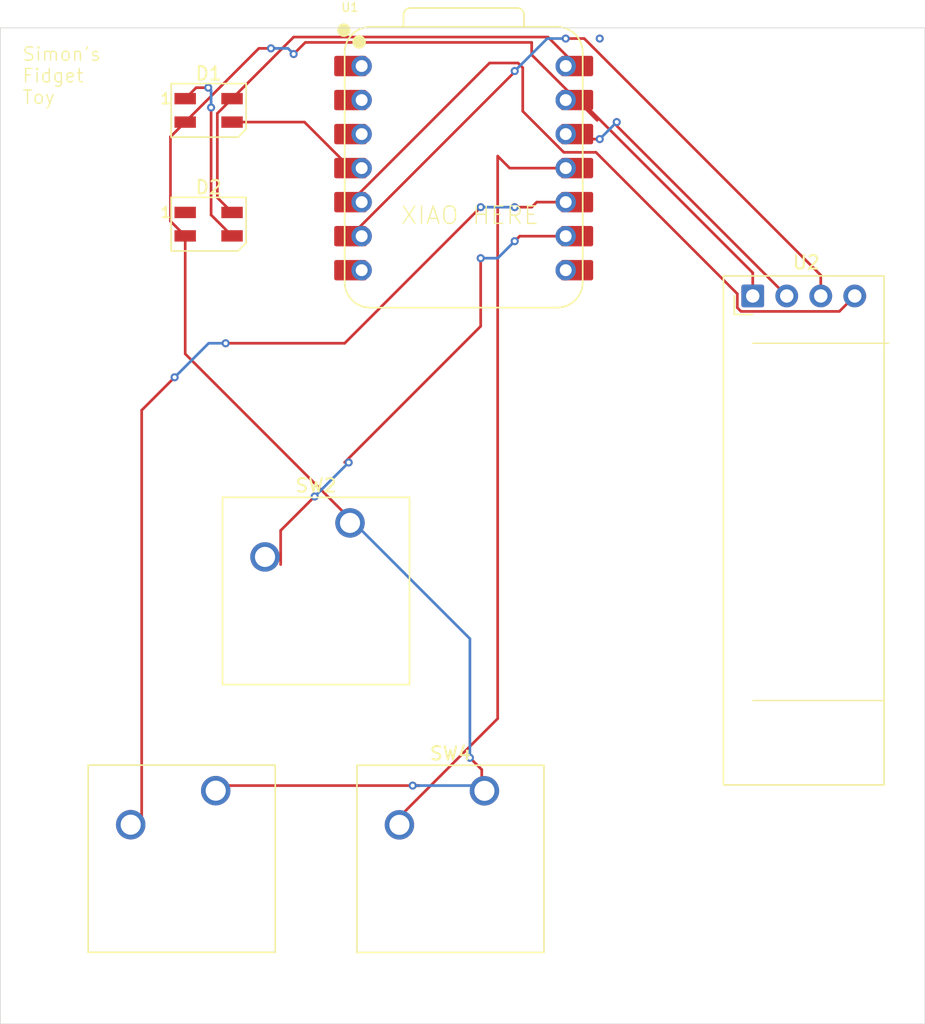
<source format=kicad_pcb>
(kicad_pcb (version 20241229) (generator "pcbnew") (generator_version "9.0")
  (layers (0 "F.Cu" signal) (2 "B.Cu" signal) (13 "F.Paste" user) (15 "B.Paste" user) (5 "F.SilkS" user "F.Silkscreen") (7 "B.SilkS" user "B.Silkscreen") (1 "F.Mask" user) (3 "B.Mask" user) (25 "Edge.Cuts" user))
  (net 0 "")
  (net 1 "Net-(D1-DIN)")
  (net 2 "GND")
  (net 3 "+5V")
  (net 5 "Net-(U1-GPIO2{slash}SCK)")
  (net 6 "Net-(U1-GPIO4{slash}MISO)")
  (net 7 "Net-(U1-GPIO3{slash}MOSI)")
  (net 9 "Net-(U1-3V3)")
  (net 10 "Net-(U1-GPIO6{slash}SDA)")
  (net 15 "Net-(U1-GPIO7{slash}SCL)")
  (net 16 "Net-(D1-DOUT)")
  (footprint "Button_Switch_Keyboard:SW_Cherry_MX_1.00u_PCB" (layer "F.Cu") (at 145.18 76.91)
    (property "Reference" "SW2" (at -2.54 -2.794 0) (layer "F.SilkS"))
    (property "Value" "SW_Push")
    (fp_line (start -9.525 -1.905) (end 4.445 -1.905) (stroke (width 0.12)) (layer "F.SilkS"))
    (fp_line (start -9.525 12.065) (end -9.525 -1.905) (stroke (width 0.12)) (layer "F.SilkS"))
    (fp_line (start 4.445 -1.905) (end 4.445 12.065) (stroke (width 0.12)) (layer "F.SilkS"))
    (fp_line (start 4.445 12.065) (end -9.525 12.065) (stroke (width 0.12)) (layer "F.SilkS"))
    (pad "" np_thru_hole circle (at -7.62 5.08) (size 1.7 1.7) (drill 1.7) (layers "*.Cu" "*.Mask"))
    (pad "" np_thru_hole circle (at -2.54 5.08) (size 4 4) (drill 4) (layers "*.Cu" "*.Mask"))
    (pad "" np_thru_hole circle (at 2.54 5.08) (size 1.7 1.7) (drill 1.7) (layers "*.Cu" "*.Mask"))
    (pad "1" thru_hole circle (at 0 0) (size 2.2 2.2) (drill 1.5) (layers "*.Cu" "*.Mask") (net 2 "GND"))
    (pad "2" thru_hole circle (at -6.35 2.54) (size 2.2 2.2) (drill 1.5) (layers "*.Cu" "*.Mask") (net 5 "Net-(U1-GPIO2{slash}SCK)"))
  )
  (footprint "LED_SMD:LED_SK6812MINI_PLCC4_3.5x3.5mm_P1.75mm" (layer "F.Cu") (at 134.62 46.115)
    (property "Reference" "D1" (at 0 -2.75 0) (layer "F.SilkS"))
    (property "Value" "SK6812MINI")
    (fp_line (start -2.8 -2) (end -2.8 2) (stroke (width 0.12)) (layer "F.SilkS"))
    (fp_line (start -2.8 -2) (end 2.8 -2) (stroke (width 0.12)) (layer "F.SilkS"))
    (fp_line (start -2.8 2) (end 2.2 2) (stroke (width 0.12)) (layer "F.SilkS"))
    (fp_line (start 2.8 1.4) (end 2.2 2) (stroke (width 0.12)) (layer "F.SilkS"))
    (fp_line (start 2.8 1.4) (end 2.8 -2) (stroke (width 0.12)) (layer "F.SilkS"))
    (pad "1" smd rect (at -1.75 -0.875) (size 1.6 0.85) (layers "F.Cu" "F.Mask" "F.Paste") (net 16 "Net-(D1-DOUT)"))
    (pad "2" smd rect (at -1.75 0.875) (size 1.6 0.85) (layers "F.Cu" "F.Mask" "F.Paste") (net 2 "GND"))
    (pad "3" smd rect (at 1.75 0.875) (size 1.6 0.85) (layers "F.Cu" "F.Mask" "F.Paste") (net 1 "Net-(D1-DIN)"))
    (pad "4" smd rect (at 1.75 -0.875) (size 1.6 0.85) (layers "F.Cu" "F.Mask" "F.Paste") (net 3 "+5V"))
  )
  (footprint "Hackclub:XIAO-RP2040-DIP" (layer "F.Cu") (at 153.67 50.4255)
    (property "Reference" "U1" (at -8.5 -12 0) (layer "F.SilkS") (effects (font (size 0.635 0.635) (thickness 0.1016))))
    (property "Value" "XIAO-RP2040-DIP")
    (fp_line (start -8.89 8.509) (end -8.89 -8.636) (stroke (width 0.127)) (layer "F.SilkS"))
    (fp_line (start -6.985 10.414) (end 6.985 10.414) (stroke (width 0.127)) (layer "F.SilkS"))
    (fp_line (start -4.495 -10.541) (end -4.491272 -11.451272) (stroke (width 0.127)) (layer "F.SilkS"))
    (fp_line (start -3.991272 -11.951) (end 4.004 -11.951) (stroke (width 0.127)) (layer "F.SilkS"))
    (fp_line (start 4.504 -11.451) (end 4.504 -10.541) (stroke (width 0.127)) (layer "F.SilkS"))
    (fp_line (start 6.985 -10.541) (end -6.985 -10.541) (stroke (width 0.1)) (layer "F.SilkS"))
    (fp_line (start 6.985 -10.541) (end -6.985 -10.541) (stroke (width 0.127)) (layer "F.SilkS"))
    (fp_line (start 8.89 8.509) (end 8.89 -8.636) (stroke (width 0.127)) (layer "F.SilkS"))
    (fp_arc (start -8.89 -8.636) (mid -8.332038 -9.983038) (end -6.985 -10.541) (stroke (width 0.127)) (layer "F.SilkS"))
    (fp_arc (start -6.985 10.414) (mid -8.332038 9.856038) (end -8.89 8.509) (stroke (width 0.127)) (layer "F.SilkS"))
    (fp_arc (start -4.491272 -11.451272) (mid -4.344728 -11.80464) (end -3.991272 -11.951) (stroke (width 0.127)) (layer "F.SilkS"))
    (fp_arc (start 4.004 -11.951) (mid 4.357553 -11.804553) (end 4.504 -11.451) (stroke (width 0.127)) (layer "F.SilkS"))
    (fp_arc (start 6.985 -10.541) (mid 8.332038 -9.983038) (end 8.89 -8.636) (stroke (width 0.127)) (layer "F.SilkS"))
    (fp_arc (start 8.89 8.509) (mid 8.332038 9.856038) (end 6.985 10.414) (stroke (width 0.127)) (layer "F.SilkS"))
    (fp_circle (center -8.95 -10.3) (end -8.95 -10.554) (stroke (width 0.5)) (fill yes) (layer "F.SilkS"))
    (fp_circle (center -7.807 -9.42) (end -7.807 -9.674) (stroke (width 0.5)) (fill yes) (layer "F.SilkS"))
    (pad "1" smd roundrect (at -8.455 -7.62 180) (size 2.432 1.524) (layers "F.Cu" "F.Mask") (roundrect_rratio 0.1))
    (pad "1" thru_hole circle (at -7.62 -7.62 180) (size 1.524 1.524) (drill 0.889) (layers "*.Cu" "*.Mask"))
    (pad "2" smd roundrect (at -8.455 -5.08 180) (size 2.432 1.524) (layers "F.Cu" "F.Mask") (roundrect_rratio 0.1))
    (pad "2" thru_hole circle (at -7.62 -5.08 180) (size 1.524 1.524) (drill 0.889) (layers "*.Cu" "*.Mask"))
    (pad "3" smd roundrect (at -8.455 -2.54 180) (size 2.432 1.524) (layers "F.Cu" "F.Mask") (roundrect_rratio 0.1))
    (pad "3" thru_hole circle (at -7.62 -2.54 180) (size 1.524 1.524) (drill 0.889) (layers "*.Cu" "*.Mask"))
    (pad "4" smd roundrect (at -8.455 0 180) (size 2.432 1.524) (layers "F.Cu" "F.Mask") (roundrect_rratio 0.1) (net 1 "Net-(D1-DIN)"))
    (pad "4" thru_hole circle (at -7.62 0 180) (size 1.524 1.524) (drill 0.889) (layers "*.Cu" "*.Mask") (net 1 "Net-(D1-DIN)"))
    (pad "5" smd roundrect (at -8.455 2.54 180) (size 2.432 1.524) (layers "F.Cu" "F.Mask") (roundrect_rratio 0.1) (net 10 "Net-(U1-GPIO6{slash}SDA)"))
    (pad "5" thru_hole circle (at -7.62 2.54 180) (size 1.524 1.524) (drill 0.889) (layers "*.Cu" "*.Mask") (net 10 "Net-(U1-GPIO6{slash}SDA)"))
    (pad "6" smd roundrect (at -8.455 5.08 180) (size 2.432 1.524) (layers "F.Cu" "F.Mask") (roundrect_rratio 0.1) (net 15 "Net-(U1-GPIO7{slash}SCL)"))
    (pad "6" thru_hole circle (at -7.62 5.08 180) (size 1.524 1.524) (drill 0.889) (layers "*.Cu" "*.Mask") (net 15 "Net-(U1-GPIO7{slash}SCL)"))
    (pad "7" smd roundrect (at -8.455 7.62 180) (size 2.432 1.524) (layers "F.Cu" "F.Mask") (roundrect_rratio 0.1))
    (pad "7" thru_hole circle (at -7.62 7.62 180) (size 1.524 1.524) (drill 0.889) (layers "*.Cu" "*.Mask"))
    (pad "8" thru_hole circle (at 7.62 7.62) (size 1.524 1.524) (drill 0.889) (layers "*.Cu" "*.Mask"))
    (pad "8" smd roundrect (at 8.455 7.62) (size 2.432 1.524) (layers "F.Cu" "F.Mask") (roundrect_rratio 0.1))
    (pad "9" thru_hole circle (at 7.62 5.08) (size 1.524 1.524) (drill 0.889) (layers "*.Cu" "*.Mask") (net 5 "Net-(U1-GPIO2{slash}SCK)"))
    (pad "9" smd roundrect (at 8.455 5.08) (size 2.432 1.524) (layers "F.Cu" "F.Mask") (roundrect_rratio 0.1) (net 5 "Net-(U1-GPIO2{slash}SCK)"))
    (pad "10" thru_hole circle (at 7.62 2.54) (size 1.524 1.524) (drill 0.889) (layers "*.Cu" "*.Mask") (net 6 "Net-(U1-GPIO4{slash}MISO)"))
    (pad "10" smd roundrect (at 8.455 2.54) (size 2.432 1.524) (layers "F.Cu" "F.Mask") (roundrect_rratio 0.1) (net 6 "Net-(U1-GPIO4{slash}MISO)"))
    (pad "11" thru_hole circle (at 7.62 0) (size 1.524 1.524) (drill 0.889) (layers "*.Cu" "*.Mask") (net 7 "Net-(U1-GPIO3{slash}MOSI)"))
    (pad "11" smd roundrect (at 8.455 0) (size 2.432 1.524) (layers "F.Cu" "F.Mask") (roundrect_rratio 0.1) (net 7 "Net-(U1-GPIO3{slash}MOSI)"))
    (pad "12" thru_hole circle (at 7.62 -2.54) (size 1.524 1.524) (drill 0.889) (layers "*.Cu" "*.Mask") (net 9 "Net-(U1-3V3)"))
    (pad "12" smd roundrect (at 8.455 -2.54) (size 2.432 1.524) (layers "F.Cu" "F.Mask") (roundrect_rratio 0.1) (net 9 "Net-(U1-3V3)"))
    (pad "13" thru_hole circle (at 7.62 -5.08) (size 1.524 1.524) (drill 0.889) (layers "*.Cu" "*.Mask") (net 2 "GND"))
    (pad "13" smd roundrect (at 8.455 -5.08) (size 2.432 1.524) (layers "F.Cu" "F.Mask") (roundrect_rratio 0.1) (net 2 "GND"))
    (pad "14" thru_hole circle (at 7.62 -7.62) (size 1.524 1.524) (drill 0.889) (layers "*.Cu" "*.Mask") (net 3 "+5V"))
    (pad "14" smd roundrect (at 8.455 -7.62) (size 2.432 1.524) (layers "F.Cu" "F.Mask") (roundrect_rratio 0.1) (net 3 "+5V"))
  )
  (footprint "Button_Switch_Keyboard:SW_Cherry_MX_1.00u_PCB" (layer "F.Cu") (at 155.22 96.91)
    (property "Reference" "SW4" (at -2.54 -2.794 0) (layer "F.SilkS"))
    (property "Value" "SW_Push")
    (fp_line (start -9.525 -1.905) (end 4.445 -1.905) (stroke (width 0.12)) (layer "F.SilkS"))
    (fp_line (start -9.525 12.065) (end -9.525 -1.905) (stroke (width 0.12)) (layer "F.SilkS"))
    (fp_line (start 4.445 -1.905) (end 4.445 12.065) (stroke (width 0.12)) (layer "F.SilkS"))
    (fp_line (start 4.445 12.065) (end -9.525 12.065) (stroke (width 0.12)) (layer "F.SilkS"))
    (pad "" np_thru_hole circle (at -7.62 5.08) (size 1.7 1.7) (drill 1.7) (layers "*.Cu" "*.Mask"))
    (pad "" np_thru_hole circle (at -2.54 5.08) (size 4 4) (drill 4) (layers "*.Cu" "*.Mask"))
    (pad "" np_thru_hole circle (at 2.54 5.08) (size 1.7 1.7) (drill 1.7) (layers "*.Cu" "*.Mask"))
    (pad "1" thru_hole circle (at 0 0) (size 2.2 2.2) (drill 1.5) (layers "*.Cu" "*.Mask") (net 2 "GND"))
    (pad "2" thru_hole circle (at -6.35 2.54) (size 2.2 2.2) (drill 1.5) (layers "*.Cu" "*.Mask") (net 7 "Net-(U1-GPIO3{slash}MOSI)"))
  )
  (footprint "Button_Switch_Keyboard:SW_Cherry_MX_1.00u_PCB" (layer "F.Cu") (at 135.15 96.9)
    (property "Reference" "SW3" (hide yes))
    (property "Value" "SW_Push")
    (fp_line (start -9.525 -1.905) (end 4.445 -1.905) (stroke (width 0.12)) (layer "F.SilkS"))
    (fp_line (start -9.525 12.065) (end -9.525 -1.905) (stroke (width 0.12)) (layer "F.SilkS"))
    (fp_line (start 4.445 -1.905) (end 4.445 12.065) (stroke (width 0.12)) (layer "F.SilkS"))
    (fp_line (start 4.445 12.065) (end -9.525 12.065) (stroke (width 0.12)) (layer "F.SilkS"))
    (pad "" np_thru_hole circle (at -7.62 5.08) (size 1.7 1.7) (drill 1.7) (layers "*.Cu" "*.Mask"))
    (pad "" np_thru_hole circle (at -2.54 5.08) (size 4 4) (drill 4) (layers "*.Cu" "*.Mask"))
    (pad "" np_thru_hole circle (at 2.54 5.08) (size 1.7 1.7) (drill 1.7) (layers "*.Cu" "*.Mask"))
    (pad "1" thru_hole circle (at 0 0) (size 2.2 2.2) (drill 1.5) (layers "*.Cu" "*.Mask") (net 2 "GND"))
    (pad "2" thru_hole circle (at -6.35 2.54) (size 2.2 2.2) (drill 1.5) (layers "*.Cu" "*.Mask") (net 6 "Net-(U1-GPIO4{slash}MISO)"))
  )
  (footprint "Hackclub:OLED_0.91_128x32" (layer "F.Cu") (at 175.26 59.97)
    (property "Reference" "U2" (at 4 -2.5 0) (layer "F.SilkS"))
    (property "Value" "OLED_0.91_128x32")
    (fp_line (start -1.38 0) (end -1.38 1.38) (stroke (width 0.12)) (layer "F.SilkS"))
    (fp_line (start 0 1.38) (end -1.38 1.38) (stroke (width 0.12)) (layer "F.SilkS"))
    (fp_rect (start -2.19 -1.5) (end 9.81 36.5) (stroke (width 0.12)) (fill no) (layer "F.SilkS"))
    (pad "1" thru_hole roundrect (at 0 0) (size 1.7 1.7) (drill 1) (layers "*.Cu" "*.Mask") (roundrect_rratio 0.1) (net 2 "GND"))
    (pad "2" thru_hole circle (at 2.54 0) (size 1.7 1.7) (drill 1) (layers "*.Cu" "*.Mask") (net 9 "Net-(U1-3V3)"))
    (pad "3" thru_hole circle (at 5.08 0) (size 1.7 1.7) (drill 1) (layers "*.Cu" "*.Mask") (net 15 "Net-(U1-GPIO7{slash}SCL)"))
    (pad "4" thru_hole circle (at 7.62 0) (size 1.7 1.7) (drill 1) (layers "*.Cu" "*.Mask") (net 10 "Net-(U1-GPIO6{slash}SDA)"))
  )
  (footprint "LED_SMD:LED_SK6812MINI_PLCC4_3.5x3.5mm_P1.75mm" (layer "F.Cu") (at 134.62 54.61)
    (property "Reference" "D2" (at 0 -2.75 0) (layer "F.SilkS"))
    (property "Value" "SK6812MINI")
    (fp_line (start -2.8 -2) (end -2.8 2) (stroke (width 0.12)) (layer "F.SilkS"))
    (fp_line (start -2.8 -2) (end 2.8 -2) (stroke (width 0.12)) (layer "F.SilkS"))
    (fp_line (start -2.8 2) (end 2.2 2) (stroke (width 0.12)) (layer "F.SilkS"))
    (fp_line (start 2.8 1.4) (end 2.2 2) (stroke (width 0.12)) (layer "F.SilkS"))
    (fp_line (start 2.8 1.4) (end 2.8 -2) (stroke (width 0.12)) (layer "F.SilkS"))
    (fp_text user "1" (at -3.2 -0.875 0) (layer "F.SilkS") (effects (font (size 0.8 0.8))))
    (pad "1" smd rect (at -1.75 -0.875) (size 1.6 0.85) (layers "F.Cu" "F.Mask" "F.Paste"))
    (pad "2" smd rect (at -1.75 0.875) (size 1.6 0.85) (layers "F.Cu" "F.Mask" "F.Paste") (net 2 "GND"))
    (pad "3" smd rect (at 1.75 0.875) (size 1.6 0.85) (layers "F.Cu" "F.Mask" "F.Paste") (net 16 "Net-(D1-DOUT)"))
    (pad "4" smd rect (at 1.75 -0.875) (size 1.6 0.85) (layers "F.Cu" "F.Mask" "F.Paste") (net 3 "+5V"))
  )
  (gr_rect (start 175.26 90.17) (end 185.07 90.17) (stroke (width 0.1)) (fill no) (layer "F.SilkS"))
  (gr_rect (start 175.26 63.5) (end 185.42 63.5) (stroke (width 0.1)) (fill no) (layer "F.SilkS"))
  (gr_rect (start 119.0625 39.9542) (end 188.11875 114.3) (stroke (width 0.05)) (fill no) (layer "Edge.Cuts"))
  (gr_text "XIAO HERE" (at 148.9075 54.71175 0) (layer "F.SilkS") (effects (font (size 1.3 1.3) (thickness 0.1)) (justify left bottom)))
  (gr_text "1" (at 131.42 45.24 0) (layer "F.SilkS") (effects (font (size 0.8 0.8))))
  (gr_text "Simon's\nFidget\nToy" (at 120.65 45.72 0) (layer "F.SilkS") (effects (font (size 1 1) (thickness 0.1)) (justify left bottom)))
  (segment (start 163.83 40.92) (end 163.83 40.7542) (width 0.2) (layer "F.Cu") (net 0))
  (via (at 163.83 40.7542) (size 0.6) (drill 0.3) (layers "F.Cu" "B.Cu") (net 0))
  (segment (start 141.7795 46.99) (end 145.215 50.4255) (width 0.2) (layer "F.Cu") (net 1))
  (segment (start 136.37 46.99) (end 141.7795 46.99) (width 0.2) (layer "F.Cu") (net 1))
  (segment (start 175.26 59.97) (end 175.26 58.23787) (width 0.2) (layer "F.Cu") (net 2))
  (segment (start 141.839 41.041) (end 158.75 41.041) (width 0.2) (layer "F.Cu") (net 2))
  (segment (start 155.019375 96.52) (end 155.019375 95.329385) (width 0.2) (layer "F.Cu") (net 2))
  (segment (start 158.75 41.9705) (end 162.125 45.3455) (width 0.2) (layer "F.Cu") (net 2))
  (segment (start 138.374265 41.485735) (end 139.275735 41.485735) (width 0.2) (layer "F.Cu") (net 2))
  (segment (start 131.769 54.384) (end 131.769 48.091) (width 0.2) (layer "F.Cu") (net 2))
  (segment (start 150.360846 96.52) (end 149.86 96.52) (width 0.2) (layer "F.Cu") (net 2))
  (segment (start 132.87 55.485) (end 131.769 54.384) (width 0.2) (layer "F.Cu") (net 2))
  (segment (start 175.26 58.23787) (end 162.36763 45.3455) (width 0.2) (layer "F.Cu") (net 2))
  (segment (start 155.019375 95.329385) (end 154.133947 94.443957) (width 0.2) (layer "F.Cu") (net 2))
  (segment (start 132.87 46.99) (end 138.374265 41.485735) (width 0.2) (layer "F.Cu") (net 2))
  (segment (start 140.97 41.91) (end 141.839 41.041) (width 0.2) (layer "F.Cu") (net 2))
  (segment (start 162.36763 45.3455) (end 162.125 45.3455) (width 0.2) (layer "F.Cu") (net 2))
  (segment (start 158.75 41.041) (end 158.75 41.9705) (width 0.2) (layer "F.Cu") (net 2))
  (segment (start 132.87 64.29) (end 132.87 55.485) (width 0.2) (layer "F.Cu") (net 2))
  (segment (start 146.05 77.47) (end 132.87 64.29) (width 0.2) (layer "F.Cu") (net 2))
  (segment (start 135.969375 96.52) (end 150.360846 96.52) (width 0.2) (layer "F.Cu") (net 2))
  (segment (start 163.642 46.8625) (end 162.125 45.3455) (width 0.2) (layer "F.Cu") (net 2))
  (segment (start 131.769 48.091) (end 132.87 46.99) (width 0.2) (layer "F.Cu") (net 2))
  (via (at 154.133947 94.443957) (size 0.6) (drill 0.3) (layers "F.Cu" "B.Cu") (net 2))
  (via (at 149.86 96.52) (size 0.6) (drill 0.3) (layers "F.Cu" "B.Cu") (net 2))
  (via (at 140.97 41.91) (size 0.6) (drill 0.3) (layers "F.Cu" "B.Cu") (net 2))
  (via (at 139.275735 41.485735) (size 0.6) (drill 0.3) (layers "F.Cu" "B.Cu") (net 2))
  (segment (start 139.275735 41.485735) (end 140.545735 41.485735) (width 0.2) (layer "B.Cu") (net 2))
  (segment (start 154.133947 94.443957) (end 154.133947 85.553947) (width 0.2) (layer "B.Cu") (net 2))
  (segment (start 154.133947 85.553947) (end 146.05 77.47) (width 0.2) (layer "B.Cu") (net 2))
  (segment (start 149.86 96.52) (end 155.019375 96.52) (width 0.2) (layer "B.Cu") (net 2))
  (segment (start 140.545735 41.485735) (end 140.97 41.91) (width 0.2) (layer "B.Cu") (net 2))
  (segment (start 136.37 45.24) (end 140.97 40.64) (width 0.2) (layer "F.Cu") (net 3))
  (segment (start 136.37 53.735) (end 135.269 52.634) (width 0.2) (layer "F.Cu") (net 3))
  (segment (start 159.9595 40.64) (end 162.125 42.8055) (width 0.2) (layer "F.Cu") (net 3))
  (segment (start 135.269 46.341) (end 136.37 45.24) (width 0.2) (layer "F.Cu") (net 3))
  (segment (start 140.97 40.64) (end 159.9595 40.64) (width 0.2) (layer "F.Cu") (net 3))
  (segment (start 135.269 52.634) (end 135.269 46.341) (width 0.2) (layer "F.Cu") (net 3))
  (segment (start 144.78 72.39) (end 154.94 62.23) (width 0.2) (layer "F.Cu") (net 5))
  (segment (start 140 80.02) (end 140 77.48) (width 0.2) (layer "F.Cu") (net 5))
  (segment (start 154.94 62.23) (end 154.94 57.15) (width 0.2) (layer "F.Cu") (net 5))
  (segment (start 140 77.48) (end 142.54 74.94) (width 0.2) (layer "F.Cu") (net 5))
  (segment (start 157.8545 55.5055) (end 162.125 55.5055) (width 0.2) (layer "F.Cu") (net 5))
  (segment (start 157.48 55.88) (end 157.8545 55.5055) (width 0.2) (layer "F.Cu") (net 5))
  (via (at 145.08 72.4) (size 0.6) (drill 0.3) (layers "F.Cu" "B.Cu") (net 5))
  (via (at 154.94 57.15) (size 0.6) (drill 0.3) (layers "F.Cu" "B.Cu") (net 5))
  (via (at 157.48 55.88) (size 0.6) (drill 0.3) (layers "F.Cu" "B.Cu") (net 5))
  (via (at 142.54 74.94) (size 0.6) (drill 0.3) (layers "F.Cu" "B.Cu") (net 5))
  (segment (start 156.21 57.15) (end 157.48 55.88) (width 0.2) (layer "B.Cu") (net 5))
  (segment (start 154.94 57.15) (end 156.21 57.15) (width 0.2) (layer "B.Cu") (net 5))
  (segment (start 142.54 74.94) (end 145.08 72.4) (width 0.2) (layer "B.Cu") (net 5))
  (segment (start 129.619375 68.500625) (end 132.08 66.04) (width 0.2) (layer "F.Cu") (net 6))
  (segment (start 157.48 53.34) (end 158.75 53.34) (width 0.2) (layer "F.Cu") (net 6))
  (segment (start 135.89 63.5) (end 144.78 63.5) (width 0.2) (layer "F.Cu") (net 6))
  (segment (start 144.78 63.5) (end 154.94 53.34) (width 0.2) (layer "F.Cu") (net 6))
  (segment (start 159.1245 52.9655) (end 162.125 52.9655) (width 0.2) (layer "F.Cu") (net 6))
  (segment (start 129.619375 99.06) (end 129.619375 68.500625) (width 0.2) (layer "F.Cu") (net 6))
  (segment (start 158.75 53.34) (end 159.1245 52.9655) (width 0.2) (layer "F.Cu") (net 6))
  (via (at 132.08 66.04) (size 0.6) (drill 0.3) (layers "F.Cu" "B.Cu") (net 6))
  (via (at 135.89 63.5) (size 0.6) (drill 0.3) (layers "F.Cu" "B.Cu") (net 6))
  (via (at 157.48 53.34) (size 0.6) (drill 0.3) (layers "F.Cu" "B.Cu") (net 6))
  (via (at 154.94 53.34) (size 0.6) (drill 0.3) (layers "F.Cu" "B.Cu") (net 6))
  (segment (start 132.08 66.04) (end 134.62 63.5) (width 0.2) (layer "B.Cu") (net 6))
  (segment (start 154.94 53.34) (end 157.48 53.34) (width 0.2) (layer "B.Cu") (net 6))
  (segment (start 134.62 63.5) (end 135.89 63.5) (width 0.2) (layer "B.Cu") (net 6))
  (segment (start 157.1055 50.4255) (end 162.125 50.4255) (width 0.2) (layer "F.Cu") (net 7))
  (segment (start 156.21 49.53) (end 157.1055 50.4255) (width 0.2) (layer "F.Cu") (net 7))
  (segment (start 148.669375 99.06) (end 156.21 91.519375) (width 0.2) (layer "F.Cu") (net 7))
  (segment (start 156.21 91.519375) (end 156.21 49.53) (width 0.2) (layer "F.Cu") (net 7))
  (segment (start 163.83 48.26) (end 162.4995 48.26) (width 0.2) (layer "F.Cu") (net 9))
  (segment (start 177.8 59.97) (end 165.1 47.27) (width 0.2) (layer "F.Cu") (net 9))
  (segment (start 165.1 47.27) (end 165.1 46.99) (width 0.2) (layer "F.Cu") (net 9))
  (segment (start 162.4995 48.26) (end 162.125 47.8855) (width 0.2) (layer "F.Cu") (net 9))
  (via (at 163.83 48.26) (size 0.6) (drill 0.3) (layers "F.Cu" "B.Cu") (net 9))
  (via (at 165.1 46.99) (size 0.6) (drill 0.3) (layers "F.Cu" "B.Cu") (net 9))
  (segment (start 165.1 46.99) (end 163.83 48.26) (width 0.2) (layer "B.Cu") (net 9))
  (segment (start 161.14764 49.24645) (end 158.081 46.17981) (width 0.2) (layer "F.Cu") (net 10))
  (segment (start 182.88 59.97) (end 181.729 61.121) (width 0.2) (layer "F.Cu") (net 10))
  (segment (start 174.109 59.809) (end 163.54645 49.24645) (width 0.2) (layer "F.Cu") (net 10))
  (segment (start 174.109 60.849804) (end 174.109 59.809) (width 0.2) (layer "F.Cu") (net 10))
  (segment (start 158.081 46.17981) (end 158.081 42.931057) (width 0.2) (layer "F.Cu") (net 10))
  (segment (start 155.6015 42.579) (end 145.215 52.9655) (width 0.2) (layer "F.Cu") (net 10))
  (segment (start 174.380196 61.121) (end 174.109 60.849804) (width 0.2) (layer "F.Cu") (net 10))
  (segment (start 158.081 42.931057) (end 157.728943 42.579) (width 0.2) (layer "F.Cu") (net 10))
  (segment (start 181.729 61.121) (end 174.380196 61.121) (width 0.2) (layer "F.Cu") (net 10))
  (segment (start 163.54645 49.24645) (end 161.14764 49.24645) (width 0.2) (layer "F.Cu") (net 10))
  (segment (start 157.728943 42.579) (end 155.6015 42.579) (width 0.2) (layer "F.Cu") (net 10))
  (segment (start 157.48 43.18) (end 157.48 43.2405) (width 0.2) (layer "F.Cu") (net 15))
  (segment (start 180.34 58.42) (end 162.6742 40.7542) (width 0.2) (layer "F.Cu") (net 15))
  (segment (start 162.6742 40.7542) (end 161.29 40.7542) (width 0.2) (layer "F.Cu") (net 15))
  (segment (start 157.48 43.2405) (end 145.215 55.5055) (width 0.2) (layer "F.Cu") (net 15))
  (segment (start 180.34 59.97) (end 180.34 58.42) (width 0.2) (layer "F.Cu") (net 15))
  (via (at 161.29 40.7542) (size 0.6) (drill 0.3) (layers "F.Cu" "B.Cu") (net 15))
  (via (at 157.48 43.18) (size 0.6) (drill 0.3) (layers "F.Cu" "B.Cu") (net 15))
  (segment (start 159.9058 40.7542) (end 157.48 43.18) (width 0.2) (layer "B.Cu") (net 15))
  (segment (start 161.29 40.7542) (end 159.9058 40.7542) (width 0.2) (layer "B.Cu") (net 15))
  (segment (start 134.804265 53.919265) (end 134.804265 45.904265) (width 0.2) (layer "F.Cu") (net 16))
  (segment (start 133.689265 44.420735) (end 132.87 45.24) (width 0.2) (layer "F.Cu") (net 16))
  (segment (start 134.590735 44.420735) (end 133.689265 44.420735) (width 0.2) (layer "F.Cu") (net 16))
  (segment (start 136.37 55.485) (end 134.804265 53.919265) (width 0.2) (layer "F.Cu") (net 16))
  (via (at 134.590735 44.420735) (size 0.6) (drill 0.3) (layers "F.Cu" "B.Cu") (net 16))
  (via (at 134.804265 45.904265) (size 0.6) (drill 0.3) (layers "F.Cu" "B.Cu") (net 16))
  (segment (start 134.804265 45.904265) (end 134.804265 44.634265) (width 0.2) (layer "B.Cu") (net 16))
  (segment (start 134.804265 44.634265) (end 134.590735 44.420735) (width 0.2) (layer "B.Cu") (net 16))
)
</source>
